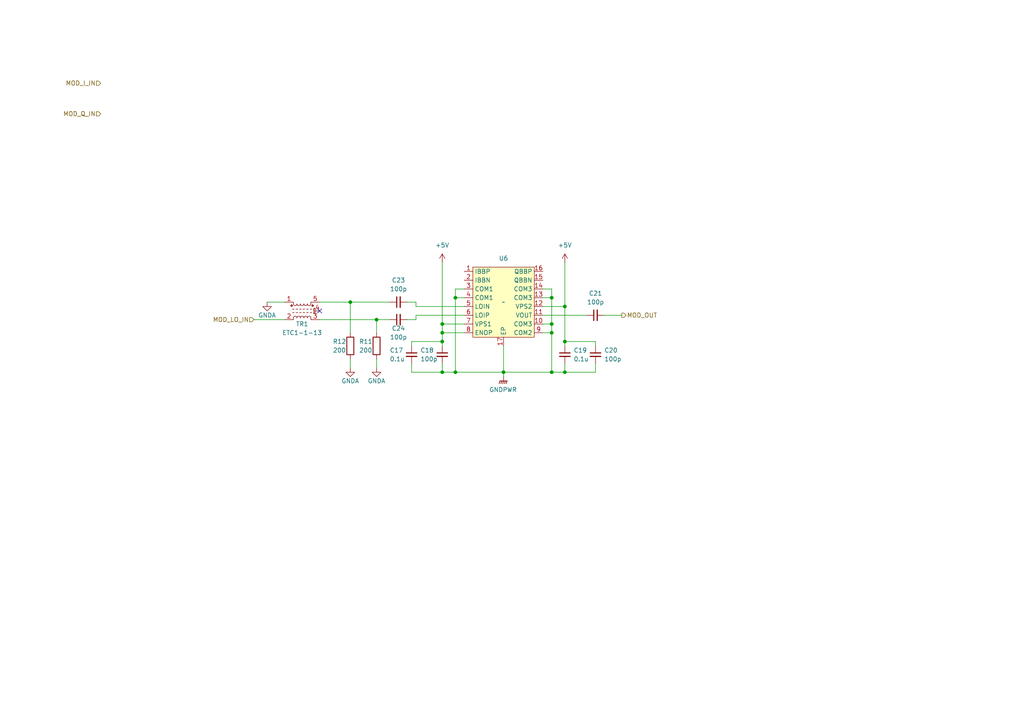
<source format=kicad_sch>
(kicad_sch (version 20230121) (generator eeschema)
  (paper "A4")
  (lib_symbols
    (symbol "Device:C_Small" (pin_numbers hide) (pin_names (offset 0.254) hide)
      (property "Reference" "C" (at 0.254 1.778 0))
      (property "Value" "C_Small" (at 0.254 -2.032 0))
      (symbol "C_Small_0_1"
        (polyline (pts (xy -1.524 -0.508) (xy 1.524 -0.508)) (stroke (width 0.3302)))
        (polyline (pts (xy -1.524 0.508) (xy 1.524 0.508)) (stroke (width 0.3048)))
      )
      (symbol "C_Small_1_1"
        (pin passive line (at 0 2.54 270) (length 2.032) (name "~") (number "1"))
        (pin passive line (at 0 -2.54 90) (length 2.032) (name "~") (number "2"))
      )
    )
    (symbol "Device:R" (pin_numbers hide) (pin_names (offset 0))
      (property "Reference" "R" (at 2.032 0 90))
      (property "Value" "R" (at 0 0 90))
      (symbol "R_0_1"
        (rectangle (start -1.016 -2.54) (end 1.016 2.54) (stroke (width 0.254)))
      )
      (symbol "R_1_1"
        (pin passive line (at 0 3.81 270) (length 1.27) (name "~") (number "1"))
        (pin passive line (at 0 -3.81 90) (length 1.27) (name "~") (number "2"))
      )
    )
    (symbol "MRDT_ICs:AD8349AREZ"
      (property "Reference" "U" (at 0 11.43 0))
      (symbol "AD8349AREZ_1_1"
        (rectangle (start -8.89 10.16) (end 8.89 -10.16) (fill (type background)))
        (pin input line (at -11.43 8.89 0) (length 2.54) (name "IBBP") (number "1"))
        (pin power_in line (at 11.43 -6.35 180) (length 2.54) (name "COM3") (number "10"))
        (pin output line (at 11.43 -3.81 180) (length 2.54) (name "VOUT") (number "11"))
        (pin power_in line (at 11.43 -1.27 180) (length 2.54) (name "VPS2") (number "12"))
        (pin power_in line (at 11.43 1.27 180) (length 2.54) (name "COM3") (number "13"))
        (pin power_in line (at 11.43 3.81 180) (length 2.54) (name "COM3") (number "14"))
        (pin input line (at 11.43 6.35 180) (length 2.54) (name "QBBN") (number "15"))
        (pin input line (at 11.43 8.89 180) (length 2.54) (name "QBBP") (number "16"))
        (pin power_in line (at 0 -12.7 90) (length 2.54) (name "EP") (number "17"))
        (pin input line (at -11.43 6.35 0) (length 2.54) (name "IBBN") (number "2"))
        (pin power_in line (at -11.43 3.81 0) (length 2.54) (name "COM1") (number "3"))
        (pin power_in line (at -11.43 1.27 0) (length 2.54) (name "COM1") (number "4"))
        (pin input line (at -11.43 -1.27 0) (length 2.54) (name "LOIN") (number "5"))
        (pin input line (at -11.43 -3.81 0) (length 2.54) (name "LOIP") (number "6"))
        (pin power_in line (at -11.43 -6.35 0) (length 2.54) (name "VPS1") (number "7"))
        (pin input line (at -11.43 -8.89 0) (length 2.54) (name "ENOP") (number "8"))
        (pin power_in line (at 11.43 -8.89 180) (length 2.54) (name "COM2") (number "9"))
      )
    )
    (symbol "Transformer:ETC1-1-13" (pin_names hide)
      (property "Reference" "TR" (at 0 3.81 0))
      (property "Value" "ETC1-1-13" (at 0 -3.81 0))
      (symbol "ETC1-1-13_0_0"
        (polyline (pts (xy 3.81 0.762) (xy 3.81 -0.762)))
        (text "Mounting" (at 3.429 0 900) (effects (font (size 0.254 0.254) bold)))
      )
      (symbol "ETC1-1-13_1_1"
        (circle (center -3.048 1.524) (radius 0.254) (fill (type outline)))
        (arc (start -2.54 2.032) (mid -2.032 1.5262) (end -1.524 2.032))
        (arc (start -1.524 -2.032) (mid -2.032 -1.5262) (end -2.54 -2.032))
        (arc (start -1.524 2.032) (mid -1.016 1.5262) (end -0.508 2.032))
        (arc (start -0.508 -2.032) (mid -1.016 -1.5262) (end -1.524 -2.032))
        (arc (start -0.508 2.032) (mid 0 1.5262) (end 0.508 2.032))
        (polyline (pts (xy -2.794 -0.508) (xy -2.286 -0.508)))
        (polyline (pts (xy -2.794 0.508) (xy -2.286 0.508)))
        (polyline (pts (xy -2.54 -2.032) (xy -2.54 -2.54)))
        (polyline (pts (xy -2.54 2.032) (xy -2.54 2.54)))
        (polyline (pts (xy -1.778 -0.508) (xy -1.27 -0.508)))
        (polyline (pts (xy -1.778 0.508) (xy -1.27 0.508)))
        (polyline (pts (xy -0.762 -0.508) (xy -0.254 -0.508)))
        (polyline (pts (xy -0.762 0.508) (xy -0.254 0.508)))
        (polyline (pts (xy 0.254 -0.508) (xy 0.762 -0.508)))
        (polyline (pts (xy 0.254 0.508) (xy 0.762 0.508)))
        (polyline (pts (xy 1.27 -0.508) (xy 1.778 -0.508)))
        (polyline (pts (xy 1.27 0.508) (xy 1.778 0.508)))
        (polyline (pts (xy 2.286 -0.508) (xy 2.794 -0.508)))
        (polyline (pts (xy 2.286 0.508) (xy 2.794 0.508)))
        (polyline (pts (xy 2.54 -2.032) (xy 2.54 -2.54)))
        (polyline (pts (xy 2.54 2.54) (xy 2.54 2.032)))
        (arc (start 0.508 -2.032) (mid 0 -1.5262) (end -0.508 -2.032))
        (arc (start 0.508 2.032) (mid 1.016 1.5262) (end 1.524 2.032))
        (arc (start 1.524 -2.032) (mid 1.016 -1.5262) (end 0.508 -2.032))
        (arc (start 1.524 2.032) (mid 2.032 1.5262) (end 2.54 2.032))
        (arc (start 2.54 -2.032) (mid 2.032 -1.5262) (end 1.524 -2.032))
        (circle (center 3.048 1.524) (radius 0.254) (fill (type outline)))
        (pin passive line (at -5.08 2.54 0) (length 2.54) (name "~") (number "1"))
        (pin passive line (at -5.08 -2.54 0) (length 2.54) (name "~") (number "2"))
        (pin passive line (at 5.08 -2.54 180) (length 2.54) (name "~") (number "3"))
        (pin passive line (at 5.08 0 180) (length 1.27) (name "MP") (number "4"))
        (pin passive line (at 5.08 2.54 180) (length 2.54) (name "~") (number "5"))
      )
    )
    (symbol "power:+5V" (power) (pin_names (offset 0))
      (property "Value" "+5V" (at 0 3.556 0))
      (symbol "+5V_0_1"
        (polyline (pts (xy -0.762 1.27) (xy 0 2.54)))
        (polyline (pts (xy 0 0) (xy 0 2.54)))
        (polyline (pts (xy 0 2.54) (xy 0.762 1.27)))
      )
      (symbol "+5V_1_1"
        (pin power_in line (at 0 0 90) (length 0) hide (name "+5V") (number "1"))
      )
    )
    (symbol "power:GNDA" (power) (pin_names (offset 0))
      (property "Value" "GNDA" (at 0 -3.81 0))
      (symbol "GNDA_0_1"
        (polyline (pts (xy 0 0) (xy 0 -1.27) (xy 1.27 -1.27) (xy 0 -2.54) (xy -1.27 -1.27) (xy 0 -1.27)))
      )
      (symbol "GNDA_1_1"
        (pin power_in line (at 0 0 270) (length 0) hide (name "GNDA") (number "1"))
      )
    )
    (symbol "power:GNDPWR" (power) (pin_names (offset 0))
      (property "Value" "GNDPWR" (at 0 -3.302 0))
      (symbol "GNDPWR_0_1"
        (polyline (pts (xy 0 -1.27) (xy 0 0)))
        (polyline (pts (xy -1.016 -1.27) (xy -1.27 -2.032) (xy -1.27 -2.032)) (stroke (width 0.2032)))
        (polyline (pts (xy -0.508 -1.27) (xy -0.762 -2.032) (xy -0.762 -2.032)) (stroke (width 0.2032)))
        (polyline (pts (xy 0 -1.27) (xy -0.254 -2.032) (xy -0.254 -2.032)) (stroke (width 0.2032)))
        (polyline (pts (xy 0.508 -1.27) (xy 0.254 -2.032) (xy 0.254 -2.032)) (stroke (width 0.2032)))
        (polyline (pts (xy 1.016 -1.27) (xy -1.016 -1.27) (xy -1.016 -1.27)) (stroke (width 0.2032)))
        (polyline (pts (xy 1.016 -1.27) (xy 0.762 -2.032) (xy 0.762 -2.032) (xy 0.762 -2.032)) (stroke (width 0.2032)))
      )
      (symbol "GNDPWR_1_1"
        (pin power_in line (at 0 0 270) (length 0) hide (name "GNDPWR") (number "1"))
      )
    )
  )
  (junction (at 101.6 87.63))
  (junction (at 128.27 107.95))
  (junction (at 160.02 96.52))
  (junction (at 163.83 99.06))
  (junction (at 163.83 88.9))
  (junction (at 128.27 96.52))
  (junction (at 128.27 93.98))
  (junction (at 146.05 107.95))
  (junction (at 160.02 86.36))
  (junction (at 160.02 93.98))
  (junction (at 132.08 107.95))
  (junction (at 109.22 92.71))
  (junction (at 163.83 107.95))
  (junction (at 132.08 86.36))
  (junction (at 128.27 99.06))
  (junction (at 160.02 107.95))
  (no_connect (at 92.71 90.17))
  (wire (pts (xy 157.48 86.36) (xy 160.02 86.36)))
  (wire (pts (xy 157.48 96.52) (xy 160.02 96.52)))
  (wire (pts (xy 132.08 83.82) (xy 134.62 83.82)))
  (wire (pts (xy 128.27 93.98) (xy 128.27 76.2)))
  (wire (pts (xy 119.38 107.95) (xy 128.27 107.95)))
  (wire (pts (xy 128.27 107.95) (xy 132.08 107.95)))
  (wire (pts (xy 119.38 105.41) (xy 119.38 107.95)))
  (wire (pts (xy 128.27 99.06) (xy 128.27 100.33)))
  (wire (pts (xy 92.71 92.71) (xy 109.22 92.71)))
  (wire (pts (xy 163.83 88.9) (xy 163.83 76.2)))
  (wire (pts (xy 120.65 88.9) (xy 120.65 87.63)))
  (wire (pts (xy 119.38 99.06) (xy 119.38 100.33)))
  (wire (pts (xy 101.6 87.63) (xy 113.03 87.63)))
  (wire (pts (xy 134.62 91.44) (xy 120.65 91.44)))
  (wire (pts (xy 132.08 86.36) (xy 132.08 83.82)))
  (wire (pts (xy 146.05 109.22) (xy 146.05 107.95)))
  (wire (pts (xy 134.62 93.98) (xy 128.27 93.98)))
  (wire (pts (xy 77.47 87.63) (xy 82.55 87.63)))
  (wire (pts (xy 120.65 87.63) (xy 118.11 87.63)))
  (wire (pts (xy 128.27 99.06) (xy 119.38 99.06)))
  (wire (pts (xy 128.27 96.52) (xy 134.62 96.52)))
  (wire (pts (xy 134.62 86.36) (xy 132.08 86.36)))
  (wire (pts (xy 163.83 99.06) (xy 172.72 99.06)))
  (wire (pts (xy 92.71 87.63) (xy 101.6 87.63)))
  (wire (pts (xy 146.05 107.95) (xy 160.02 107.95)))
  (wire (pts (xy 160.02 83.82) (xy 160.02 86.36)))
  (wire (pts (xy 134.62 88.9) (xy 120.65 88.9)))
  (wire (pts (xy 128.27 96.52) (xy 128.27 99.06)))
  (wire (pts (xy 157.48 83.82) (xy 160.02 83.82)))
  (wire (pts (xy 157.48 91.44) (xy 170.18 91.44)))
  (wire (pts (xy 128.27 105.41) (xy 128.27 107.95)))
  (wire (pts (xy 160.02 93.98) (xy 157.48 93.98)))
  (wire (pts (xy 160.02 96.52) (xy 160.02 93.98)))
  (wire (pts (xy 132.08 86.36) (xy 132.08 107.95)))
  (wire (pts (xy 160.02 107.95) (xy 163.83 107.95)))
  (wire (pts (xy 175.26 91.44) (xy 180.34 91.44)))
  (wire (pts (xy 109.22 92.71) (xy 109.22 96.52)))
  (wire (pts (xy 163.83 88.9) (xy 163.83 99.06)))
  (wire (pts (xy 157.48 88.9) (xy 163.83 88.9)))
  (wire (pts (xy 160.02 86.36) (xy 160.02 93.98)))
  (wire (pts (xy 101.6 104.14) (xy 101.6 106.68)))
  (wire (pts (xy 163.83 105.41) (xy 163.83 107.95)))
  (wire (pts (xy 132.08 107.95) (xy 146.05 107.95)))
  (wire (pts (xy 172.72 99.06) (xy 172.72 100.33)))
  (wire (pts (xy 120.65 92.71) (xy 118.11 92.71)))
  (wire (pts (xy 172.72 107.95) (xy 172.72 105.41)))
  (wire (pts (xy 146.05 100.33) (xy 146.05 107.95)))
  (wire (pts (xy 73.66 92.71) (xy 82.55 92.71)))
  (wire (pts (xy 160.02 96.52) (xy 160.02 107.95)))
  (wire (pts (xy 120.65 91.44) (xy 120.65 92.71)))
  (wire (pts (xy 101.6 87.63) (xy 101.6 96.52)))
  (wire (pts (xy 163.83 107.95) (xy 172.72 107.95)))
  (wire (pts (xy 128.27 93.98) (xy 128.27 96.52)))
  (wire (pts (xy 109.22 92.71) (xy 113.03 92.71)))
  (wire (pts (xy 163.83 99.06) (xy 163.83 100.33)))
  (wire (pts (xy 109.22 104.14) (xy 109.22 106.68)))
  (hierarchical_label "MOD_LO_IN" (shape input) (at 73.66 92.71 180))
  (hierarchical_label "MOD_OUT" (shape output) (at 180.34 91.44 0))
  (hierarchical_label "MOD_Q_IN" (shape input) (at 29.21 33.02 180))
  (hierarchical_label "MOD_I_IN" (shape input) (at 29.21 24.13 180))
  (symbol (lib_id "Device:R") (at 101.6 100.33 0) (mirror y) (unit 1)
    (property "Reference" "R12" (at 96.52 99.06 0) (effects (justify right)))
    (property "Value" "200" (at 96.52 101.6 0) (effects (justify right)))
  )
  (symbol (lib_id "Device:C_Small") (at 115.57 87.63 90) (unit 1)
    (property "Reference" "C23" (at 115.5763 81.28 90))
    (property "Value" "100p" (at 115.5763 83.82 90))
  )
  (symbol (lib_id "Device:C_Small") (at 128.27 102.87 0) (unit 1)
    (property "Reference" "C18" (at 121.92 101.6 0) (effects (justify left)))
    (property "Value" "100p" (at 121.92 104.14 0) (effects (justify left)))
  )
  (symbol (lib_id "power:+5V") (at 163.83 76.2 0) (unit 1)
    (property "Reference" "#PWR030" (effects hide))
    (property "Value" "+5V" (at 163.83 71.12 0))
  )
  (symbol (lib_id "power:GNDA") (at 77.47 87.63 0) (unit 1)
    (property "Reference" "#PWR033" (effects hide))
    (property "Value" "GNDA" (at 77.47 91.44 0))
  )
  (symbol (lib_id "Device:R") (at 109.22 100.33 0) (mirror y) (unit 1)
    (property "Reference" "R11" (at 104.14 99.06 0) (effects (justify right)))
    (property "Value" "200" (at 104.14 101.6 0) (effects (justify right)))
  )
  (symbol (lib_id "MRDT_ICs:AD8349AREZ") (at 146.05 87.63 0) (unit 1)
    (property "Reference" "U6" (at 146.05 74.93 0))
    (property "Value" "~" (at 146.05 87.63 0))
    (property "Footprint" "Package_SO:TSSOP-16-1EP_4.4x5mm_P0.65mm_EP3x3mm" (effects hide))
    (property "Datasheet" "https://www.analog.com/media/en/technical-documentation/data-sheets/AD8349.pdf" (effects hide))
  )
  (symbol (lib_id "power:GNDPWR") (at 146.05 109.22 0) (unit 1)
    (property "Reference" "#PWR031" (effects hide))
    (property "Value" "GNDPWR" (at 145.923 113.03 0))
  )
  (symbol (lib_id "Transformer:ETC1-1-13") (at 87.63 90.17 0) (unit 1)
    (property "Reference" "TR1" (at 87.63 93.98 0))
    (property "Value" "ETC1-1-13" (at 87.63 96.52 0))
    (property "Footprint" "Transformer_SMD:Transformer_MACOM_SM-22" (effects hide))
    (property "Datasheet" "https://cdn.macom.com/datasheets/ETC1-1-13.pdf" (effects hide))
  )
  (symbol (lib_id "power:GNDA") (at 109.22 106.68 0) (unit 1)
    (property "Reference" "#PWR034" (effects hide))
    (property "Value" "GNDA" (at 109.22 110.49 0))
  )
  (symbol (lib_id "Device:C_Small") (at 115.57 92.71 90) (unit 1)
    (property "Reference" "C24" (at 115.57 95.25 90))
    (property "Value" "100p" (at 115.57 97.79 90))
  )
  (symbol (lib_id "power:GNDA") (at 101.6 106.68 0) (unit 1)
    (property "Reference" "#PWR035" (effects hide))
    (property "Value" "GNDA" (at 101.6 110.49 0))
  )
  (symbol (lib_id "power:+5V") (at 128.27 76.2 0) (unit 1)
    (property "Reference" "#PWR029" (effects hide))
    (property "Value" "+5V" (at 128.27 71.12 0))
  )
  (symbol (lib_id "Device:C_Small") (at 172.72 91.44 90) (unit 1)
    (property "Reference" "C21" (at 172.7263 85.09 90))
    (property "Value" "100p" (at 172.7263 87.63 90))
  )
  (symbol (lib_id "Device:C_Small") (at 172.72 102.87 0) (unit 1)
    (property "Reference" "C20" (at 175.26 101.6063 0) (effects (justify left)))
    (property "Value" "100p" (at 175.26 104.1463 0) (effects (justify left)))
  )
  (symbol (lib_id "Device:C_Small") (at 163.83 102.87 0) (unit 1)
    (property "Reference" "C19" (at 166.37 101.6063 0) (effects (justify left)))
    (property "Value" "0.1u" (at 166.37 104.1463 0) (effects (justify left)))
  )
  (symbol (lib_id "Device:C_Small") (at 119.38 102.87 0) (unit 1)
    (property "Reference" "C17" (at 113.03 101.6 0) (effects (justify left)))
    (property "Value" "0.1u" (at 113.03 104.14 0) (effects (justify left)))
  )
)
</source>
